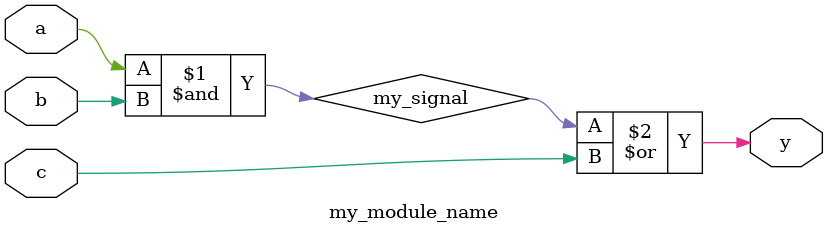
<source format=sv>
module my_module_name(
  input  logic a,
  input  logic b,
  input  logic c,
  output logic y
);

  logic my_signal;
  assign my_signal = a & b;

  assign y = my_signal | c;

endmodule

</source>
